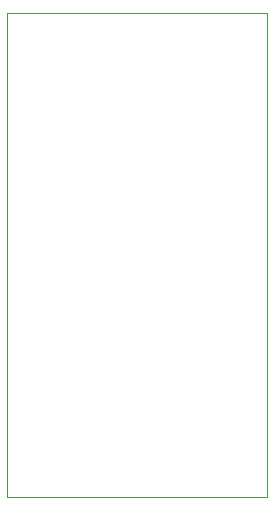
<source format=gbr>
%TF.GenerationSoftware,KiCad,Pcbnew,7.0.6*%
%TF.CreationDate,2023-08-02T13:53:42+10:00*%
%TF.ProjectId,c64 rom,63363420-726f-46d2-9e6b-696361645f70,rev?*%
%TF.SameCoordinates,Original*%
%TF.FileFunction,Profile,NP*%
%FSLAX46Y46*%
G04 Gerber Fmt 4.6, Leading zero omitted, Abs format (unit mm)*
G04 Created by KiCad (PCBNEW 7.0.6) date 2023-08-02 13:53:42*
%MOMM*%
%LPD*%
G01*
G04 APERTURE LIST*
%TA.AperFunction,Profile*%
%ADD10C,0.100000*%
%TD*%
G04 APERTURE END LIST*
D10*
X70515485Y-35554357D02*
X92515485Y-35554357D01*
X92515485Y-76554357D01*
X70515485Y-76554357D01*
X70515485Y-35554357D01*
M02*

</source>
